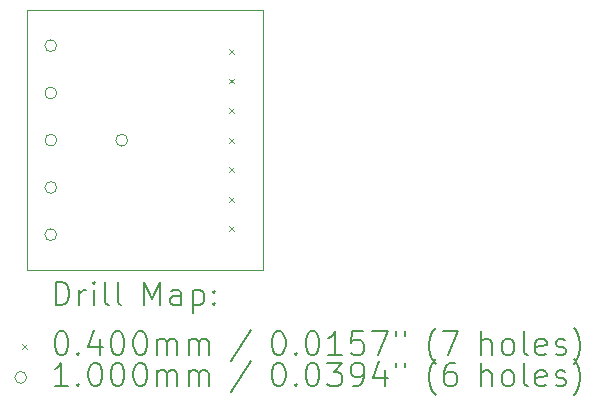
<source format=gbr>
%TF.GenerationSoftware,KiCad,Pcbnew,(7.0.0)*%
%TF.CreationDate,2023-03-10T18:15:09+01:00*%
%TF.ProjectId,CapacitorBox0402,43617061-6369-4746-9f72-426f78303430,rev?*%
%TF.SameCoordinates,Original*%
%TF.FileFunction,Drillmap*%
%TF.FilePolarity,Positive*%
%FSLAX45Y45*%
G04 Gerber Fmt 4.5, Leading zero omitted, Abs format (unit mm)*
G04 Created by KiCad (PCBNEW (7.0.0)) date 2023-03-10 18:15:09*
%MOMM*%
%LPD*%
G01*
G04 APERTURE LIST*
%ADD10C,0.100000*%
%ADD11C,0.200000*%
%ADD12C,0.040000*%
G04 APERTURE END LIST*
D10*
X10100000Y-10000000D02*
X12100000Y-10000000D01*
X12100000Y-10000000D02*
X12100000Y-12200000D01*
X12100000Y-12200000D02*
X10100000Y-12200000D01*
X10100000Y-10000000D02*
X10100000Y-12200000D01*
D11*
D12*
X11810000Y-10330000D02*
X11850000Y-10370000D01*
X11850000Y-10330000D02*
X11810000Y-10370000D01*
X11810000Y-10580000D02*
X11850000Y-10620000D01*
X11850000Y-10580000D02*
X11810000Y-10620000D01*
X11810000Y-10830000D02*
X11850000Y-10870000D01*
X11850000Y-10830000D02*
X11810000Y-10870000D01*
X11810000Y-11080000D02*
X11850000Y-11120000D01*
X11850000Y-11080000D02*
X11810000Y-11120000D01*
X11810000Y-11330000D02*
X11850000Y-11370000D01*
X11850000Y-11330000D02*
X11810000Y-11370000D01*
X11810000Y-11580000D02*
X11850000Y-11620000D01*
X11850000Y-11580000D02*
X11810000Y-11620000D01*
X11810000Y-11830000D02*
X11850000Y-11870000D01*
X11850000Y-11830000D02*
X11810000Y-11870000D01*
D10*
X10350000Y-10300000D02*
G75*
G03*
X10350000Y-10300000I-50000J0D01*
G01*
X10350000Y-10700000D02*
G75*
G03*
X10350000Y-10700000I-50000J0D01*
G01*
X10350000Y-11100000D02*
G75*
G03*
X10350000Y-11100000I-50000J0D01*
G01*
X10350000Y-11500000D02*
G75*
G03*
X10350000Y-11500000I-50000J0D01*
G01*
X10350000Y-11900000D02*
G75*
G03*
X10350000Y-11900000I-50000J0D01*
G01*
X10950000Y-11100000D02*
G75*
G03*
X10950000Y-11100000I-50000J0D01*
G01*
D11*
X10342619Y-12498476D02*
X10342619Y-12298476D01*
X10342619Y-12298476D02*
X10390238Y-12298476D01*
X10390238Y-12298476D02*
X10418810Y-12308000D01*
X10418810Y-12308000D02*
X10437857Y-12327048D01*
X10437857Y-12327048D02*
X10447381Y-12346095D01*
X10447381Y-12346095D02*
X10456905Y-12384190D01*
X10456905Y-12384190D02*
X10456905Y-12412762D01*
X10456905Y-12412762D02*
X10447381Y-12450857D01*
X10447381Y-12450857D02*
X10437857Y-12469905D01*
X10437857Y-12469905D02*
X10418810Y-12488952D01*
X10418810Y-12488952D02*
X10390238Y-12498476D01*
X10390238Y-12498476D02*
X10342619Y-12498476D01*
X10542619Y-12498476D02*
X10542619Y-12365143D01*
X10542619Y-12403238D02*
X10552143Y-12384190D01*
X10552143Y-12384190D02*
X10561667Y-12374667D01*
X10561667Y-12374667D02*
X10580714Y-12365143D01*
X10580714Y-12365143D02*
X10599762Y-12365143D01*
X10666429Y-12498476D02*
X10666429Y-12365143D01*
X10666429Y-12298476D02*
X10656905Y-12308000D01*
X10656905Y-12308000D02*
X10666429Y-12317524D01*
X10666429Y-12317524D02*
X10675952Y-12308000D01*
X10675952Y-12308000D02*
X10666429Y-12298476D01*
X10666429Y-12298476D02*
X10666429Y-12317524D01*
X10790238Y-12498476D02*
X10771190Y-12488952D01*
X10771190Y-12488952D02*
X10761667Y-12469905D01*
X10761667Y-12469905D02*
X10761667Y-12298476D01*
X10895000Y-12498476D02*
X10875952Y-12488952D01*
X10875952Y-12488952D02*
X10866429Y-12469905D01*
X10866429Y-12469905D02*
X10866429Y-12298476D01*
X11091190Y-12498476D02*
X11091190Y-12298476D01*
X11091190Y-12298476D02*
X11157857Y-12441333D01*
X11157857Y-12441333D02*
X11224524Y-12298476D01*
X11224524Y-12298476D02*
X11224524Y-12498476D01*
X11405476Y-12498476D02*
X11405476Y-12393714D01*
X11405476Y-12393714D02*
X11395952Y-12374667D01*
X11395952Y-12374667D02*
X11376905Y-12365143D01*
X11376905Y-12365143D02*
X11338809Y-12365143D01*
X11338809Y-12365143D02*
X11319762Y-12374667D01*
X11405476Y-12488952D02*
X11386428Y-12498476D01*
X11386428Y-12498476D02*
X11338809Y-12498476D01*
X11338809Y-12498476D02*
X11319762Y-12488952D01*
X11319762Y-12488952D02*
X11310238Y-12469905D01*
X11310238Y-12469905D02*
X11310238Y-12450857D01*
X11310238Y-12450857D02*
X11319762Y-12431809D01*
X11319762Y-12431809D02*
X11338809Y-12422286D01*
X11338809Y-12422286D02*
X11386428Y-12422286D01*
X11386428Y-12422286D02*
X11405476Y-12412762D01*
X11500714Y-12365143D02*
X11500714Y-12565143D01*
X11500714Y-12374667D02*
X11519762Y-12365143D01*
X11519762Y-12365143D02*
X11557857Y-12365143D01*
X11557857Y-12365143D02*
X11576905Y-12374667D01*
X11576905Y-12374667D02*
X11586428Y-12384190D01*
X11586428Y-12384190D02*
X11595952Y-12403238D01*
X11595952Y-12403238D02*
X11595952Y-12460381D01*
X11595952Y-12460381D02*
X11586428Y-12479428D01*
X11586428Y-12479428D02*
X11576905Y-12488952D01*
X11576905Y-12488952D02*
X11557857Y-12498476D01*
X11557857Y-12498476D02*
X11519762Y-12498476D01*
X11519762Y-12498476D02*
X11500714Y-12488952D01*
X11681667Y-12479428D02*
X11691190Y-12488952D01*
X11691190Y-12488952D02*
X11681667Y-12498476D01*
X11681667Y-12498476D02*
X11672143Y-12488952D01*
X11672143Y-12488952D02*
X11681667Y-12479428D01*
X11681667Y-12479428D02*
X11681667Y-12498476D01*
X11681667Y-12374667D02*
X11691190Y-12384190D01*
X11691190Y-12384190D02*
X11681667Y-12393714D01*
X11681667Y-12393714D02*
X11672143Y-12384190D01*
X11672143Y-12384190D02*
X11681667Y-12374667D01*
X11681667Y-12374667D02*
X11681667Y-12393714D01*
D12*
X10055000Y-12825000D02*
X10095000Y-12865000D01*
X10095000Y-12825000D02*
X10055000Y-12865000D01*
D11*
X10380714Y-12718476D02*
X10399762Y-12718476D01*
X10399762Y-12718476D02*
X10418810Y-12728000D01*
X10418810Y-12728000D02*
X10428333Y-12737524D01*
X10428333Y-12737524D02*
X10437857Y-12756571D01*
X10437857Y-12756571D02*
X10447381Y-12794667D01*
X10447381Y-12794667D02*
X10447381Y-12842286D01*
X10447381Y-12842286D02*
X10437857Y-12880381D01*
X10437857Y-12880381D02*
X10428333Y-12899428D01*
X10428333Y-12899428D02*
X10418810Y-12908952D01*
X10418810Y-12908952D02*
X10399762Y-12918476D01*
X10399762Y-12918476D02*
X10380714Y-12918476D01*
X10380714Y-12918476D02*
X10361667Y-12908952D01*
X10361667Y-12908952D02*
X10352143Y-12899428D01*
X10352143Y-12899428D02*
X10342619Y-12880381D01*
X10342619Y-12880381D02*
X10333095Y-12842286D01*
X10333095Y-12842286D02*
X10333095Y-12794667D01*
X10333095Y-12794667D02*
X10342619Y-12756571D01*
X10342619Y-12756571D02*
X10352143Y-12737524D01*
X10352143Y-12737524D02*
X10361667Y-12728000D01*
X10361667Y-12728000D02*
X10380714Y-12718476D01*
X10533095Y-12899428D02*
X10542619Y-12908952D01*
X10542619Y-12908952D02*
X10533095Y-12918476D01*
X10533095Y-12918476D02*
X10523571Y-12908952D01*
X10523571Y-12908952D02*
X10533095Y-12899428D01*
X10533095Y-12899428D02*
X10533095Y-12918476D01*
X10714048Y-12785143D02*
X10714048Y-12918476D01*
X10666429Y-12708952D02*
X10618810Y-12851809D01*
X10618810Y-12851809D02*
X10742619Y-12851809D01*
X10856905Y-12718476D02*
X10875952Y-12718476D01*
X10875952Y-12718476D02*
X10895000Y-12728000D01*
X10895000Y-12728000D02*
X10904524Y-12737524D01*
X10904524Y-12737524D02*
X10914048Y-12756571D01*
X10914048Y-12756571D02*
X10923571Y-12794667D01*
X10923571Y-12794667D02*
X10923571Y-12842286D01*
X10923571Y-12842286D02*
X10914048Y-12880381D01*
X10914048Y-12880381D02*
X10904524Y-12899428D01*
X10904524Y-12899428D02*
X10895000Y-12908952D01*
X10895000Y-12908952D02*
X10875952Y-12918476D01*
X10875952Y-12918476D02*
X10856905Y-12918476D01*
X10856905Y-12918476D02*
X10837857Y-12908952D01*
X10837857Y-12908952D02*
X10828333Y-12899428D01*
X10828333Y-12899428D02*
X10818810Y-12880381D01*
X10818810Y-12880381D02*
X10809286Y-12842286D01*
X10809286Y-12842286D02*
X10809286Y-12794667D01*
X10809286Y-12794667D02*
X10818810Y-12756571D01*
X10818810Y-12756571D02*
X10828333Y-12737524D01*
X10828333Y-12737524D02*
X10837857Y-12728000D01*
X10837857Y-12728000D02*
X10856905Y-12718476D01*
X11047381Y-12718476D02*
X11066429Y-12718476D01*
X11066429Y-12718476D02*
X11085476Y-12728000D01*
X11085476Y-12728000D02*
X11095000Y-12737524D01*
X11095000Y-12737524D02*
X11104524Y-12756571D01*
X11104524Y-12756571D02*
X11114048Y-12794667D01*
X11114048Y-12794667D02*
X11114048Y-12842286D01*
X11114048Y-12842286D02*
X11104524Y-12880381D01*
X11104524Y-12880381D02*
X11095000Y-12899428D01*
X11095000Y-12899428D02*
X11085476Y-12908952D01*
X11085476Y-12908952D02*
X11066429Y-12918476D01*
X11066429Y-12918476D02*
X11047381Y-12918476D01*
X11047381Y-12918476D02*
X11028333Y-12908952D01*
X11028333Y-12908952D02*
X11018810Y-12899428D01*
X11018810Y-12899428D02*
X11009286Y-12880381D01*
X11009286Y-12880381D02*
X10999762Y-12842286D01*
X10999762Y-12842286D02*
X10999762Y-12794667D01*
X10999762Y-12794667D02*
X11009286Y-12756571D01*
X11009286Y-12756571D02*
X11018810Y-12737524D01*
X11018810Y-12737524D02*
X11028333Y-12728000D01*
X11028333Y-12728000D02*
X11047381Y-12718476D01*
X11199762Y-12918476D02*
X11199762Y-12785143D01*
X11199762Y-12804190D02*
X11209286Y-12794667D01*
X11209286Y-12794667D02*
X11228333Y-12785143D01*
X11228333Y-12785143D02*
X11256905Y-12785143D01*
X11256905Y-12785143D02*
X11275952Y-12794667D01*
X11275952Y-12794667D02*
X11285476Y-12813714D01*
X11285476Y-12813714D02*
X11285476Y-12918476D01*
X11285476Y-12813714D02*
X11295000Y-12794667D01*
X11295000Y-12794667D02*
X11314048Y-12785143D01*
X11314048Y-12785143D02*
X11342619Y-12785143D01*
X11342619Y-12785143D02*
X11361667Y-12794667D01*
X11361667Y-12794667D02*
X11371190Y-12813714D01*
X11371190Y-12813714D02*
X11371190Y-12918476D01*
X11466429Y-12918476D02*
X11466429Y-12785143D01*
X11466429Y-12804190D02*
X11475952Y-12794667D01*
X11475952Y-12794667D02*
X11495000Y-12785143D01*
X11495000Y-12785143D02*
X11523571Y-12785143D01*
X11523571Y-12785143D02*
X11542619Y-12794667D01*
X11542619Y-12794667D02*
X11552143Y-12813714D01*
X11552143Y-12813714D02*
X11552143Y-12918476D01*
X11552143Y-12813714D02*
X11561667Y-12794667D01*
X11561667Y-12794667D02*
X11580714Y-12785143D01*
X11580714Y-12785143D02*
X11609286Y-12785143D01*
X11609286Y-12785143D02*
X11628333Y-12794667D01*
X11628333Y-12794667D02*
X11637857Y-12813714D01*
X11637857Y-12813714D02*
X11637857Y-12918476D01*
X11995952Y-12708952D02*
X11824524Y-12966095D01*
X12220714Y-12718476D02*
X12239762Y-12718476D01*
X12239762Y-12718476D02*
X12258810Y-12728000D01*
X12258810Y-12728000D02*
X12268333Y-12737524D01*
X12268333Y-12737524D02*
X12277857Y-12756571D01*
X12277857Y-12756571D02*
X12287381Y-12794667D01*
X12287381Y-12794667D02*
X12287381Y-12842286D01*
X12287381Y-12842286D02*
X12277857Y-12880381D01*
X12277857Y-12880381D02*
X12268333Y-12899428D01*
X12268333Y-12899428D02*
X12258810Y-12908952D01*
X12258810Y-12908952D02*
X12239762Y-12918476D01*
X12239762Y-12918476D02*
X12220714Y-12918476D01*
X12220714Y-12918476D02*
X12201667Y-12908952D01*
X12201667Y-12908952D02*
X12192143Y-12899428D01*
X12192143Y-12899428D02*
X12182619Y-12880381D01*
X12182619Y-12880381D02*
X12173095Y-12842286D01*
X12173095Y-12842286D02*
X12173095Y-12794667D01*
X12173095Y-12794667D02*
X12182619Y-12756571D01*
X12182619Y-12756571D02*
X12192143Y-12737524D01*
X12192143Y-12737524D02*
X12201667Y-12728000D01*
X12201667Y-12728000D02*
X12220714Y-12718476D01*
X12373095Y-12899428D02*
X12382619Y-12908952D01*
X12382619Y-12908952D02*
X12373095Y-12918476D01*
X12373095Y-12918476D02*
X12363571Y-12908952D01*
X12363571Y-12908952D02*
X12373095Y-12899428D01*
X12373095Y-12899428D02*
X12373095Y-12918476D01*
X12506429Y-12718476D02*
X12525476Y-12718476D01*
X12525476Y-12718476D02*
X12544524Y-12728000D01*
X12544524Y-12728000D02*
X12554048Y-12737524D01*
X12554048Y-12737524D02*
X12563571Y-12756571D01*
X12563571Y-12756571D02*
X12573095Y-12794667D01*
X12573095Y-12794667D02*
X12573095Y-12842286D01*
X12573095Y-12842286D02*
X12563571Y-12880381D01*
X12563571Y-12880381D02*
X12554048Y-12899428D01*
X12554048Y-12899428D02*
X12544524Y-12908952D01*
X12544524Y-12908952D02*
X12525476Y-12918476D01*
X12525476Y-12918476D02*
X12506429Y-12918476D01*
X12506429Y-12918476D02*
X12487381Y-12908952D01*
X12487381Y-12908952D02*
X12477857Y-12899428D01*
X12477857Y-12899428D02*
X12468333Y-12880381D01*
X12468333Y-12880381D02*
X12458810Y-12842286D01*
X12458810Y-12842286D02*
X12458810Y-12794667D01*
X12458810Y-12794667D02*
X12468333Y-12756571D01*
X12468333Y-12756571D02*
X12477857Y-12737524D01*
X12477857Y-12737524D02*
X12487381Y-12728000D01*
X12487381Y-12728000D02*
X12506429Y-12718476D01*
X12763571Y-12918476D02*
X12649286Y-12918476D01*
X12706429Y-12918476D02*
X12706429Y-12718476D01*
X12706429Y-12718476D02*
X12687381Y-12747048D01*
X12687381Y-12747048D02*
X12668333Y-12766095D01*
X12668333Y-12766095D02*
X12649286Y-12775619D01*
X12944524Y-12718476D02*
X12849286Y-12718476D01*
X12849286Y-12718476D02*
X12839762Y-12813714D01*
X12839762Y-12813714D02*
X12849286Y-12804190D01*
X12849286Y-12804190D02*
X12868333Y-12794667D01*
X12868333Y-12794667D02*
X12915952Y-12794667D01*
X12915952Y-12794667D02*
X12935000Y-12804190D01*
X12935000Y-12804190D02*
X12944524Y-12813714D01*
X12944524Y-12813714D02*
X12954048Y-12832762D01*
X12954048Y-12832762D02*
X12954048Y-12880381D01*
X12954048Y-12880381D02*
X12944524Y-12899428D01*
X12944524Y-12899428D02*
X12935000Y-12908952D01*
X12935000Y-12908952D02*
X12915952Y-12918476D01*
X12915952Y-12918476D02*
X12868333Y-12918476D01*
X12868333Y-12918476D02*
X12849286Y-12908952D01*
X12849286Y-12908952D02*
X12839762Y-12899428D01*
X13020714Y-12718476D02*
X13154048Y-12718476D01*
X13154048Y-12718476D02*
X13068333Y-12918476D01*
X13220714Y-12718476D02*
X13220714Y-12756571D01*
X13296905Y-12718476D02*
X13296905Y-12756571D01*
X13559762Y-12994667D02*
X13550238Y-12985143D01*
X13550238Y-12985143D02*
X13531191Y-12956571D01*
X13531191Y-12956571D02*
X13521667Y-12937524D01*
X13521667Y-12937524D02*
X13512143Y-12908952D01*
X13512143Y-12908952D02*
X13502619Y-12861333D01*
X13502619Y-12861333D02*
X13502619Y-12823238D01*
X13502619Y-12823238D02*
X13512143Y-12775619D01*
X13512143Y-12775619D02*
X13521667Y-12747048D01*
X13521667Y-12747048D02*
X13531191Y-12728000D01*
X13531191Y-12728000D02*
X13550238Y-12699428D01*
X13550238Y-12699428D02*
X13559762Y-12689905D01*
X13616905Y-12718476D02*
X13750238Y-12718476D01*
X13750238Y-12718476D02*
X13664524Y-12918476D01*
X13946429Y-12918476D02*
X13946429Y-12718476D01*
X14032143Y-12918476D02*
X14032143Y-12813714D01*
X14032143Y-12813714D02*
X14022619Y-12794667D01*
X14022619Y-12794667D02*
X14003572Y-12785143D01*
X14003572Y-12785143D02*
X13975000Y-12785143D01*
X13975000Y-12785143D02*
X13955952Y-12794667D01*
X13955952Y-12794667D02*
X13946429Y-12804190D01*
X14155952Y-12918476D02*
X14136905Y-12908952D01*
X14136905Y-12908952D02*
X14127381Y-12899428D01*
X14127381Y-12899428D02*
X14117857Y-12880381D01*
X14117857Y-12880381D02*
X14117857Y-12823238D01*
X14117857Y-12823238D02*
X14127381Y-12804190D01*
X14127381Y-12804190D02*
X14136905Y-12794667D01*
X14136905Y-12794667D02*
X14155952Y-12785143D01*
X14155952Y-12785143D02*
X14184524Y-12785143D01*
X14184524Y-12785143D02*
X14203572Y-12794667D01*
X14203572Y-12794667D02*
X14213095Y-12804190D01*
X14213095Y-12804190D02*
X14222619Y-12823238D01*
X14222619Y-12823238D02*
X14222619Y-12880381D01*
X14222619Y-12880381D02*
X14213095Y-12899428D01*
X14213095Y-12899428D02*
X14203572Y-12908952D01*
X14203572Y-12908952D02*
X14184524Y-12918476D01*
X14184524Y-12918476D02*
X14155952Y-12918476D01*
X14336905Y-12918476D02*
X14317857Y-12908952D01*
X14317857Y-12908952D02*
X14308333Y-12889905D01*
X14308333Y-12889905D02*
X14308333Y-12718476D01*
X14489286Y-12908952D02*
X14470238Y-12918476D01*
X14470238Y-12918476D02*
X14432143Y-12918476D01*
X14432143Y-12918476D02*
X14413095Y-12908952D01*
X14413095Y-12908952D02*
X14403572Y-12889905D01*
X14403572Y-12889905D02*
X14403572Y-12813714D01*
X14403572Y-12813714D02*
X14413095Y-12794667D01*
X14413095Y-12794667D02*
X14432143Y-12785143D01*
X14432143Y-12785143D02*
X14470238Y-12785143D01*
X14470238Y-12785143D02*
X14489286Y-12794667D01*
X14489286Y-12794667D02*
X14498810Y-12813714D01*
X14498810Y-12813714D02*
X14498810Y-12832762D01*
X14498810Y-12832762D02*
X14403572Y-12851809D01*
X14575000Y-12908952D02*
X14594048Y-12918476D01*
X14594048Y-12918476D02*
X14632143Y-12918476D01*
X14632143Y-12918476D02*
X14651191Y-12908952D01*
X14651191Y-12908952D02*
X14660714Y-12889905D01*
X14660714Y-12889905D02*
X14660714Y-12880381D01*
X14660714Y-12880381D02*
X14651191Y-12861333D01*
X14651191Y-12861333D02*
X14632143Y-12851809D01*
X14632143Y-12851809D02*
X14603572Y-12851809D01*
X14603572Y-12851809D02*
X14584524Y-12842286D01*
X14584524Y-12842286D02*
X14575000Y-12823238D01*
X14575000Y-12823238D02*
X14575000Y-12813714D01*
X14575000Y-12813714D02*
X14584524Y-12794667D01*
X14584524Y-12794667D02*
X14603572Y-12785143D01*
X14603572Y-12785143D02*
X14632143Y-12785143D01*
X14632143Y-12785143D02*
X14651191Y-12794667D01*
X14727381Y-12994667D02*
X14736905Y-12985143D01*
X14736905Y-12985143D02*
X14755953Y-12956571D01*
X14755953Y-12956571D02*
X14765476Y-12937524D01*
X14765476Y-12937524D02*
X14775000Y-12908952D01*
X14775000Y-12908952D02*
X14784524Y-12861333D01*
X14784524Y-12861333D02*
X14784524Y-12823238D01*
X14784524Y-12823238D02*
X14775000Y-12775619D01*
X14775000Y-12775619D02*
X14765476Y-12747048D01*
X14765476Y-12747048D02*
X14755953Y-12728000D01*
X14755953Y-12728000D02*
X14736905Y-12699428D01*
X14736905Y-12699428D02*
X14727381Y-12689905D01*
D10*
X10095000Y-13109000D02*
G75*
G03*
X10095000Y-13109000I-50000J0D01*
G01*
D11*
X10447381Y-13182476D02*
X10333095Y-13182476D01*
X10390238Y-13182476D02*
X10390238Y-12982476D01*
X10390238Y-12982476D02*
X10371190Y-13011048D01*
X10371190Y-13011048D02*
X10352143Y-13030095D01*
X10352143Y-13030095D02*
X10333095Y-13039619D01*
X10533095Y-13163428D02*
X10542619Y-13172952D01*
X10542619Y-13172952D02*
X10533095Y-13182476D01*
X10533095Y-13182476D02*
X10523571Y-13172952D01*
X10523571Y-13172952D02*
X10533095Y-13163428D01*
X10533095Y-13163428D02*
X10533095Y-13182476D01*
X10666429Y-12982476D02*
X10685476Y-12982476D01*
X10685476Y-12982476D02*
X10704524Y-12992000D01*
X10704524Y-12992000D02*
X10714048Y-13001524D01*
X10714048Y-13001524D02*
X10723571Y-13020571D01*
X10723571Y-13020571D02*
X10733095Y-13058667D01*
X10733095Y-13058667D02*
X10733095Y-13106286D01*
X10733095Y-13106286D02*
X10723571Y-13144381D01*
X10723571Y-13144381D02*
X10714048Y-13163428D01*
X10714048Y-13163428D02*
X10704524Y-13172952D01*
X10704524Y-13172952D02*
X10685476Y-13182476D01*
X10685476Y-13182476D02*
X10666429Y-13182476D01*
X10666429Y-13182476D02*
X10647381Y-13172952D01*
X10647381Y-13172952D02*
X10637857Y-13163428D01*
X10637857Y-13163428D02*
X10628333Y-13144381D01*
X10628333Y-13144381D02*
X10618810Y-13106286D01*
X10618810Y-13106286D02*
X10618810Y-13058667D01*
X10618810Y-13058667D02*
X10628333Y-13020571D01*
X10628333Y-13020571D02*
X10637857Y-13001524D01*
X10637857Y-13001524D02*
X10647381Y-12992000D01*
X10647381Y-12992000D02*
X10666429Y-12982476D01*
X10856905Y-12982476D02*
X10875952Y-12982476D01*
X10875952Y-12982476D02*
X10895000Y-12992000D01*
X10895000Y-12992000D02*
X10904524Y-13001524D01*
X10904524Y-13001524D02*
X10914048Y-13020571D01*
X10914048Y-13020571D02*
X10923571Y-13058667D01*
X10923571Y-13058667D02*
X10923571Y-13106286D01*
X10923571Y-13106286D02*
X10914048Y-13144381D01*
X10914048Y-13144381D02*
X10904524Y-13163428D01*
X10904524Y-13163428D02*
X10895000Y-13172952D01*
X10895000Y-13172952D02*
X10875952Y-13182476D01*
X10875952Y-13182476D02*
X10856905Y-13182476D01*
X10856905Y-13182476D02*
X10837857Y-13172952D01*
X10837857Y-13172952D02*
X10828333Y-13163428D01*
X10828333Y-13163428D02*
X10818810Y-13144381D01*
X10818810Y-13144381D02*
X10809286Y-13106286D01*
X10809286Y-13106286D02*
X10809286Y-13058667D01*
X10809286Y-13058667D02*
X10818810Y-13020571D01*
X10818810Y-13020571D02*
X10828333Y-13001524D01*
X10828333Y-13001524D02*
X10837857Y-12992000D01*
X10837857Y-12992000D02*
X10856905Y-12982476D01*
X11047381Y-12982476D02*
X11066429Y-12982476D01*
X11066429Y-12982476D02*
X11085476Y-12992000D01*
X11085476Y-12992000D02*
X11095000Y-13001524D01*
X11095000Y-13001524D02*
X11104524Y-13020571D01*
X11104524Y-13020571D02*
X11114048Y-13058667D01*
X11114048Y-13058667D02*
X11114048Y-13106286D01*
X11114048Y-13106286D02*
X11104524Y-13144381D01*
X11104524Y-13144381D02*
X11095000Y-13163428D01*
X11095000Y-13163428D02*
X11085476Y-13172952D01*
X11085476Y-13172952D02*
X11066429Y-13182476D01*
X11066429Y-13182476D02*
X11047381Y-13182476D01*
X11047381Y-13182476D02*
X11028333Y-13172952D01*
X11028333Y-13172952D02*
X11018810Y-13163428D01*
X11018810Y-13163428D02*
X11009286Y-13144381D01*
X11009286Y-13144381D02*
X10999762Y-13106286D01*
X10999762Y-13106286D02*
X10999762Y-13058667D01*
X10999762Y-13058667D02*
X11009286Y-13020571D01*
X11009286Y-13020571D02*
X11018810Y-13001524D01*
X11018810Y-13001524D02*
X11028333Y-12992000D01*
X11028333Y-12992000D02*
X11047381Y-12982476D01*
X11199762Y-13182476D02*
X11199762Y-13049143D01*
X11199762Y-13068190D02*
X11209286Y-13058667D01*
X11209286Y-13058667D02*
X11228333Y-13049143D01*
X11228333Y-13049143D02*
X11256905Y-13049143D01*
X11256905Y-13049143D02*
X11275952Y-13058667D01*
X11275952Y-13058667D02*
X11285476Y-13077714D01*
X11285476Y-13077714D02*
X11285476Y-13182476D01*
X11285476Y-13077714D02*
X11295000Y-13058667D01*
X11295000Y-13058667D02*
X11314048Y-13049143D01*
X11314048Y-13049143D02*
X11342619Y-13049143D01*
X11342619Y-13049143D02*
X11361667Y-13058667D01*
X11361667Y-13058667D02*
X11371190Y-13077714D01*
X11371190Y-13077714D02*
X11371190Y-13182476D01*
X11466429Y-13182476D02*
X11466429Y-13049143D01*
X11466429Y-13068190D02*
X11475952Y-13058667D01*
X11475952Y-13058667D02*
X11495000Y-13049143D01*
X11495000Y-13049143D02*
X11523571Y-13049143D01*
X11523571Y-13049143D02*
X11542619Y-13058667D01*
X11542619Y-13058667D02*
X11552143Y-13077714D01*
X11552143Y-13077714D02*
X11552143Y-13182476D01*
X11552143Y-13077714D02*
X11561667Y-13058667D01*
X11561667Y-13058667D02*
X11580714Y-13049143D01*
X11580714Y-13049143D02*
X11609286Y-13049143D01*
X11609286Y-13049143D02*
X11628333Y-13058667D01*
X11628333Y-13058667D02*
X11637857Y-13077714D01*
X11637857Y-13077714D02*
X11637857Y-13182476D01*
X11995952Y-12972952D02*
X11824524Y-13230095D01*
X12220714Y-12982476D02*
X12239762Y-12982476D01*
X12239762Y-12982476D02*
X12258810Y-12992000D01*
X12258810Y-12992000D02*
X12268333Y-13001524D01*
X12268333Y-13001524D02*
X12277857Y-13020571D01*
X12277857Y-13020571D02*
X12287381Y-13058667D01*
X12287381Y-13058667D02*
X12287381Y-13106286D01*
X12287381Y-13106286D02*
X12277857Y-13144381D01*
X12277857Y-13144381D02*
X12268333Y-13163428D01*
X12268333Y-13163428D02*
X12258810Y-13172952D01*
X12258810Y-13172952D02*
X12239762Y-13182476D01*
X12239762Y-13182476D02*
X12220714Y-13182476D01*
X12220714Y-13182476D02*
X12201667Y-13172952D01*
X12201667Y-13172952D02*
X12192143Y-13163428D01*
X12192143Y-13163428D02*
X12182619Y-13144381D01*
X12182619Y-13144381D02*
X12173095Y-13106286D01*
X12173095Y-13106286D02*
X12173095Y-13058667D01*
X12173095Y-13058667D02*
X12182619Y-13020571D01*
X12182619Y-13020571D02*
X12192143Y-13001524D01*
X12192143Y-13001524D02*
X12201667Y-12992000D01*
X12201667Y-12992000D02*
X12220714Y-12982476D01*
X12373095Y-13163428D02*
X12382619Y-13172952D01*
X12382619Y-13172952D02*
X12373095Y-13182476D01*
X12373095Y-13182476D02*
X12363571Y-13172952D01*
X12363571Y-13172952D02*
X12373095Y-13163428D01*
X12373095Y-13163428D02*
X12373095Y-13182476D01*
X12506429Y-12982476D02*
X12525476Y-12982476D01*
X12525476Y-12982476D02*
X12544524Y-12992000D01*
X12544524Y-12992000D02*
X12554048Y-13001524D01*
X12554048Y-13001524D02*
X12563571Y-13020571D01*
X12563571Y-13020571D02*
X12573095Y-13058667D01*
X12573095Y-13058667D02*
X12573095Y-13106286D01*
X12573095Y-13106286D02*
X12563571Y-13144381D01*
X12563571Y-13144381D02*
X12554048Y-13163428D01*
X12554048Y-13163428D02*
X12544524Y-13172952D01*
X12544524Y-13172952D02*
X12525476Y-13182476D01*
X12525476Y-13182476D02*
X12506429Y-13182476D01*
X12506429Y-13182476D02*
X12487381Y-13172952D01*
X12487381Y-13172952D02*
X12477857Y-13163428D01*
X12477857Y-13163428D02*
X12468333Y-13144381D01*
X12468333Y-13144381D02*
X12458810Y-13106286D01*
X12458810Y-13106286D02*
X12458810Y-13058667D01*
X12458810Y-13058667D02*
X12468333Y-13020571D01*
X12468333Y-13020571D02*
X12477857Y-13001524D01*
X12477857Y-13001524D02*
X12487381Y-12992000D01*
X12487381Y-12992000D02*
X12506429Y-12982476D01*
X12639762Y-12982476D02*
X12763571Y-12982476D01*
X12763571Y-12982476D02*
X12696905Y-13058667D01*
X12696905Y-13058667D02*
X12725476Y-13058667D01*
X12725476Y-13058667D02*
X12744524Y-13068190D01*
X12744524Y-13068190D02*
X12754048Y-13077714D01*
X12754048Y-13077714D02*
X12763571Y-13096762D01*
X12763571Y-13096762D02*
X12763571Y-13144381D01*
X12763571Y-13144381D02*
X12754048Y-13163428D01*
X12754048Y-13163428D02*
X12744524Y-13172952D01*
X12744524Y-13172952D02*
X12725476Y-13182476D01*
X12725476Y-13182476D02*
X12668333Y-13182476D01*
X12668333Y-13182476D02*
X12649286Y-13172952D01*
X12649286Y-13172952D02*
X12639762Y-13163428D01*
X12858810Y-13182476D02*
X12896905Y-13182476D01*
X12896905Y-13182476D02*
X12915952Y-13172952D01*
X12915952Y-13172952D02*
X12925476Y-13163428D01*
X12925476Y-13163428D02*
X12944524Y-13134857D01*
X12944524Y-13134857D02*
X12954048Y-13096762D01*
X12954048Y-13096762D02*
X12954048Y-13020571D01*
X12954048Y-13020571D02*
X12944524Y-13001524D01*
X12944524Y-13001524D02*
X12935000Y-12992000D01*
X12935000Y-12992000D02*
X12915952Y-12982476D01*
X12915952Y-12982476D02*
X12877857Y-12982476D01*
X12877857Y-12982476D02*
X12858810Y-12992000D01*
X12858810Y-12992000D02*
X12849286Y-13001524D01*
X12849286Y-13001524D02*
X12839762Y-13020571D01*
X12839762Y-13020571D02*
X12839762Y-13068190D01*
X12839762Y-13068190D02*
X12849286Y-13087238D01*
X12849286Y-13087238D02*
X12858810Y-13096762D01*
X12858810Y-13096762D02*
X12877857Y-13106286D01*
X12877857Y-13106286D02*
X12915952Y-13106286D01*
X12915952Y-13106286D02*
X12935000Y-13096762D01*
X12935000Y-13096762D02*
X12944524Y-13087238D01*
X12944524Y-13087238D02*
X12954048Y-13068190D01*
X13125476Y-13049143D02*
X13125476Y-13182476D01*
X13077857Y-12972952D02*
X13030238Y-13115809D01*
X13030238Y-13115809D02*
X13154048Y-13115809D01*
X13220714Y-12982476D02*
X13220714Y-13020571D01*
X13296905Y-12982476D02*
X13296905Y-13020571D01*
X13559762Y-13258667D02*
X13550238Y-13249143D01*
X13550238Y-13249143D02*
X13531191Y-13220571D01*
X13531191Y-13220571D02*
X13521667Y-13201524D01*
X13521667Y-13201524D02*
X13512143Y-13172952D01*
X13512143Y-13172952D02*
X13502619Y-13125333D01*
X13502619Y-13125333D02*
X13502619Y-13087238D01*
X13502619Y-13087238D02*
X13512143Y-13039619D01*
X13512143Y-13039619D02*
X13521667Y-13011048D01*
X13521667Y-13011048D02*
X13531191Y-12992000D01*
X13531191Y-12992000D02*
X13550238Y-12963428D01*
X13550238Y-12963428D02*
X13559762Y-12953905D01*
X13721667Y-12982476D02*
X13683571Y-12982476D01*
X13683571Y-12982476D02*
X13664524Y-12992000D01*
X13664524Y-12992000D02*
X13655000Y-13001524D01*
X13655000Y-13001524D02*
X13635952Y-13030095D01*
X13635952Y-13030095D02*
X13626429Y-13068190D01*
X13626429Y-13068190D02*
X13626429Y-13144381D01*
X13626429Y-13144381D02*
X13635952Y-13163428D01*
X13635952Y-13163428D02*
X13645476Y-13172952D01*
X13645476Y-13172952D02*
X13664524Y-13182476D01*
X13664524Y-13182476D02*
X13702619Y-13182476D01*
X13702619Y-13182476D02*
X13721667Y-13172952D01*
X13721667Y-13172952D02*
X13731191Y-13163428D01*
X13731191Y-13163428D02*
X13740714Y-13144381D01*
X13740714Y-13144381D02*
X13740714Y-13096762D01*
X13740714Y-13096762D02*
X13731191Y-13077714D01*
X13731191Y-13077714D02*
X13721667Y-13068190D01*
X13721667Y-13068190D02*
X13702619Y-13058667D01*
X13702619Y-13058667D02*
X13664524Y-13058667D01*
X13664524Y-13058667D02*
X13645476Y-13068190D01*
X13645476Y-13068190D02*
X13635952Y-13077714D01*
X13635952Y-13077714D02*
X13626429Y-13096762D01*
X13946429Y-13182476D02*
X13946429Y-12982476D01*
X14032143Y-13182476D02*
X14032143Y-13077714D01*
X14032143Y-13077714D02*
X14022619Y-13058667D01*
X14022619Y-13058667D02*
X14003572Y-13049143D01*
X14003572Y-13049143D02*
X13975000Y-13049143D01*
X13975000Y-13049143D02*
X13955952Y-13058667D01*
X13955952Y-13058667D02*
X13946429Y-13068190D01*
X14155952Y-13182476D02*
X14136905Y-13172952D01*
X14136905Y-13172952D02*
X14127381Y-13163428D01*
X14127381Y-13163428D02*
X14117857Y-13144381D01*
X14117857Y-13144381D02*
X14117857Y-13087238D01*
X14117857Y-13087238D02*
X14127381Y-13068190D01*
X14127381Y-13068190D02*
X14136905Y-13058667D01*
X14136905Y-13058667D02*
X14155952Y-13049143D01*
X14155952Y-13049143D02*
X14184524Y-13049143D01*
X14184524Y-13049143D02*
X14203572Y-13058667D01*
X14203572Y-13058667D02*
X14213095Y-13068190D01*
X14213095Y-13068190D02*
X14222619Y-13087238D01*
X14222619Y-13087238D02*
X14222619Y-13144381D01*
X14222619Y-13144381D02*
X14213095Y-13163428D01*
X14213095Y-13163428D02*
X14203572Y-13172952D01*
X14203572Y-13172952D02*
X14184524Y-13182476D01*
X14184524Y-13182476D02*
X14155952Y-13182476D01*
X14336905Y-13182476D02*
X14317857Y-13172952D01*
X14317857Y-13172952D02*
X14308333Y-13153905D01*
X14308333Y-13153905D02*
X14308333Y-12982476D01*
X14489286Y-13172952D02*
X14470238Y-13182476D01*
X14470238Y-13182476D02*
X14432143Y-13182476D01*
X14432143Y-13182476D02*
X14413095Y-13172952D01*
X14413095Y-13172952D02*
X14403572Y-13153905D01*
X14403572Y-13153905D02*
X14403572Y-13077714D01*
X14403572Y-13077714D02*
X14413095Y-13058667D01*
X14413095Y-13058667D02*
X14432143Y-13049143D01*
X14432143Y-13049143D02*
X14470238Y-13049143D01*
X14470238Y-13049143D02*
X14489286Y-13058667D01*
X14489286Y-13058667D02*
X14498810Y-13077714D01*
X14498810Y-13077714D02*
X14498810Y-13096762D01*
X14498810Y-13096762D02*
X14403572Y-13115809D01*
X14575000Y-13172952D02*
X14594048Y-13182476D01*
X14594048Y-13182476D02*
X14632143Y-13182476D01*
X14632143Y-13182476D02*
X14651191Y-13172952D01*
X14651191Y-13172952D02*
X14660714Y-13153905D01*
X14660714Y-13153905D02*
X14660714Y-13144381D01*
X14660714Y-13144381D02*
X14651191Y-13125333D01*
X14651191Y-13125333D02*
X14632143Y-13115809D01*
X14632143Y-13115809D02*
X14603572Y-13115809D01*
X14603572Y-13115809D02*
X14584524Y-13106286D01*
X14584524Y-13106286D02*
X14575000Y-13087238D01*
X14575000Y-13087238D02*
X14575000Y-13077714D01*
X14575000Y-13077714D02*
X14584524Y-13058667D01*
X14584524Y-13058667D02*
X14603572Y-13049143D01*
X14603572Y-13049143D02*
X14632143Y-13049143D01*
X14632143Y-13049143D02*
X14651191Y-13058667D01*
X14727381Y-13258667D02*
X14736905Y-13249143D01*
X14736905Y-13249143D02*
X14755953Y-13220571D01*
X14755953Y-13220571D02*
X14765476Y-13201524D01*
X14765476Y-13201524D02*
X14775000Y-13172952D01*
X14775000Y-13172952D02*
X14784524Y-13125333D01*
X14784524Y-13125333D02*
X14784524Y-13087238D01*
X14784524Y-13087238D02*
X14775000Y-13039619D01*
X14775000Y-13039619D02*
X14765476Y-13011048D01*
X14765476Y-13011048D02*
X14755953Y-12992000D01*
X14755953Y-12992000D02*
X14736905Y-12963428D01*
X14736905Y-12963428D02*
X14727381Y-12953905D01*
M02*

</source>
